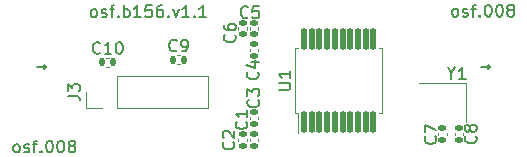
<source format=gbr>
%TF.GenerationSoftware,KiCad,Pcbnew,7.0.9*%
%TF.CreationDate,2024-06-23T02:13:20+02:00*%
%TF.ProjectId,board,626f6172-642e-46b6-9963-61645f706362,rev?*%
%TF.SameCoordinates,Original*%
%TF.FileFunction,Legend,Top*%
%TF.FilePolarity,Positive*%
%FSLAX46Y46*%
G04 Gerber Fmt 4.6, Leading zero omitted, Abs format (unit mm)*
G04 Created by KiCad (PCBNEW 7.0.9) date 2024-06-23 02:13:20*
%MOMM*%
%LPD*%
G01*
G04 APERTURE LIST*
G04 Aperture macros list*
%AMRoundRect*
0 Rectangle with rounded corners*
0 $1 Rounding radius*
0 $2 $3 $4 $5 $6 $7 $8 $9 X,Y pos of 4 corners*
0 Add a 4 corners polygon primitive as box body*
4,1,4,$2,$3,$4,$5,$6,$7,$8,$9,$2,$3,0*
0 Add four circle primitives for the rounded corners*
1,1,$1+$1,$2,$3*
1,1,$1+$1,$4,$5*
1,1,$1+$1,$6,$7*
1,1,$1+$1,$8,$9*
0 Add four rect primitives between the rounded corners*
20,1,$1+$1,$2,$3,$4,$5,0*
20,1,$1+$1,$4,$5,$6,$7,0*
20,1,$1+$1,$6,$7,$8,$9,0*
20,1,$1+$1,$8,$9,$2,$3,0*%
G04 Aperture macros list end*
%ADD10C,0.150000*%
%ADD11C,0.120000*%
%ADD12C,0.153000*%
%ADD13RoundRect,0.125000X0.125000X-0.825000X0.125000X0.825000X-0.125000X0.825000X-0.125000X-0.825000X0*%
%ADD14RoundRect,0.140000X-0.170000X0.140000X-0.170000X-0.140000X0.170000X-0.140000X0.170000X0.140000X0*%
%ADD15RoundRect,0.140000X0.170000X-0.140000X0.170000X0.140000X-0.170000X0.140000X-0.170000X-0.140000X0*%
%ADD16R,1.700000X1.700000*%
%ADD17O,1.700000X1.700000*%
%ADD18R,3.500000X1.000000*%
%ADD19RoundRect,0.140000X-0.140000X-0.170000X0.140000X-0.170000X0.140000X0.170000X-0.140000X0.170000X0*%
%ADD20R,1.400000X1.200000*%
G04 APERTURE END LIST*
D10*
X141479636Y-102719819D02*
X141384398Y-102672200D01*
X141384398Y-102672200D02*
X141336779Y-102624580D01*
X141336779Y-102624580D02*
X141289160Y-102529342D01*
X141289160Y-102529342D02*
X141289160Y-102243628D01*
X141289160Y-102243628D02*
X141336779Y-102148390D01*
X141336779Y-102148390D02*
X141384398Y-102100771D01*
X141384398Y-102100771D02*
X141479636Y-102053152D01*
X141479636Y-102053152D02*
X141622493Y-102053152D01*
X141622493Y-102053152D02*
X141717731Y-102100771D01*
X141717731Y-102100771D02*
X141765350Y-102148390D01*
X141765350Y-102148390D02*
X141812969Y-102243628D01*
X141812969Y-102243628D02*
X141812969Y-102529342D01*
X141812969Y-102529342D02*
X141765350Y-102624580D01*
X141765350Y-102624580D02*
X141717731Y-102672200D01*
X141717731Y-102672200D02*
X141622493Y-102719819D01*
X141622493Y-102719819D02*
X141479636Y-102719819D01*
X142193922Y-102672200D02*
X142289160Y-102719819D01*
X142289160Y-102719819D02*
X142479636Y-102719819D01*
X142479636Y-102719819D02*
X142574874Y-102672200D01*
X142574874Y-102672200D02*
X142622493Y-102576961D01*
X142622493Y-102576961D02*
X142622493Y-102529342D01*
X142622493Y-102529342D02*
X142574874Y-102434104D01*
X142574874Y-102434104D02*
X142479636Y-102386485D01*
X142479636Y-102386485D02*
X142336779Y-102386485D01*
X142336779Y-102386485D02*
X142241541Y-102338866D01*
X142241541Y-102338866D02*
X142193922Y-102243628D01*
X142193922Y-102243628D02*
X142193922Y-102196009D01*
X142193922Y-102196009D02*
X142241541Y-102100771D01*
X142241541Y-102100771D02*
X142336779Y-102053152D01*
X142336779Y-102053152D02*
X142479636Y-102053152D01*
X142479636Y-102053152D02*
X142574874Y-102100771D01*
X142908208Y-102053152D02*
X143289160Y-102053152D01*
X143051065Y-102719819D02*
X143051065Y-101862676D01*
X143051065Y-101862676D02*
X143098684Y-101767438D01*
X143098684Y-101767438D02*
X143193922Y-101719819D01*
X143193922Y-101719819D02*
X143289160Y-101719819D01*
X143622494Y-102624580D02*
X143670113Y-102672200D01*
X143670113Y-102672200D02*
X143622494Y-102719819D01*
X143622494Y-102719819D02*
X143574875Y-102672200D01*
X143574875Y-102672200D02*
X143622494Y-102624580D01*
X143622494Y-102624580D02*
X143622494Y-102719819D01*
X144289160Y-101719819D02*
X144384398Y-101719819D01*
X144384398Y-101719819D02*
X144479636Y-101767438D01*
X144479636Y-101767438D02*
X144527255Y-101815057D01*
X144527255Y-101815057D02*
X144574874Y-101910295D01*
X144574874Y-101910295D02*
X144622493Y-102100771D01*
X144622493Y-102100771D02*
X144622493Y-102338866D01*
X144622493Y-102338866D02*
X144574874Y-102529342D01*
X144574874Y-102529342D02*
X144527255Y-102624580D01*
X144527255Y-102624580D02*
X144479636Y-102672200D01*
X144479636Y-102672200D02*
X144384398Y-102719819D01*
X144384398Y-102719819D02*
X144289160Y-102719819D01*
X144289160Y-102719819D02*
X144193922Y-102672200D01*
X144193922Y-102672200D02*
X144146303Y-102624580D01*
X144146303Y-102624580D02*
X144098684Y-102529342D01*
X144098684Y-102529342D02*
X144051065Y-102338866D01*
X144051065Y-102338866D02*
X144051065Y-102100771D01*
X144051065Y-102100771D02*
X144098684Y-101910295D01*
X144098684Y-101910295D02*
X144146303Y-101815057D01*
X144146303Y-101815057D02*
X144193922Y-101767438D01*
X144193922Y-101767438D02*
X144289160Y-101719819D01*
X145241541Y-101719819D02*
X145336779Y-101719819D01*
X145336779Y-101719819D02*
X145432017Y-101767438D01*
X145432017Y-101767438D02*
X145479636Y-101815057D01*
X145479636Y-101815057D02*
X145527255Y-101910295D01*
X145527255Y-101910295D02*
X145574874Y-102100771D01*
X145574874Y-102100771D02*
X145574874Y-102338866D01*
X145574874Y-102338866D02*
X145527255Y-102529342D01*
X145527255Y-102529342D02*
X145479636Y-102624580D01*
X145479636Y-102624580D02*
X145432017Y-102672200D01*
X145432017Y-102672200D02*
X145336779Y-102719819D01*
X145336779Y-102719819D02*
X145241541Y-102719819D01*
X145241541Y-102719819D02*
X145146303Y-102672200D01*
X145146303Y-102672200D02*
X145098684Y-102624580D01*
X145098684Y-102624580D02*
X145051065Y-102529342D01*
X145051065Y-102529342D02*
X145003446Y-102338866D01*
X145003446Y-102338866D02*
X145003446Y-102100771D01*
X145003446Y-102100771D02*
X145051065Y-101910295D01*
X145051065Y-101910295D02*
X145098684Y-101815057D01*
X145098684Y-101815057D02*
X145146303Y-101767438D01*
X145146303Y-101767438D02*
X145241541Y-101719819D01*
X146146303Y-102148390D02*
X146051065Y-102100771D01*
X146051065Y-102100771D02*
X146003446Y-102053152D01*
X146003446Y-102053152D02*
X145955827Y-101957914D01*
X145955827Y-101957914D02*
X145955827Y-101910295D01*
X145955827Y-101910295D02*
X146003446Y-101815057D01*
X146003446Y-101815057D02*
X146051065Y-101767438D01*
X146051065Y-101767438D02*
X146146303Y-101719819D01*
X146146303Y-101719819D02*
X146336779Y-101719819D01*
X146336779Y-101719819D02*
X146432017Y-101767438D01*
X146432017Y-101767438D02*
X146479636Y-101815057D01*
X146479636Y-101815057D02*
X146527255Y-101910295D01*
X146527255Y-101910295D02*
X146527255Y-101957914D01*
X146527255Y-101957914D02*
X146479636Y-102053152D01*
X146479636Y-102053152D02*
X146432017Y-102100771D01*
X146432017Y-102100771D02*
X146336779Y-102148390D01*
X146336779Y-102148390D02*
X146146303Y-102148390D01*
X146146303Y-102148390D02*
X146051065Y-102196009D01*
X146051065Y-102196009D02*
X146003446Y-102243628D01*
X146003446Y-102243628D02*
X145955827Y-102338866D01*
X145955827Y-102338866D02*
X145955827Y-102529342D01*
X145955827Y-102529342D02*
X146003446Y-102624580D01*
X146003446Y-102624580D02*
X146051065Y-102672200D01*
X146051065Y-102672200D02*
X146146303Y-102719819D01*
X146146303Y-102719819D02*
X146336779Y-102719819D01*
X146336779Y-102719819D02*
X146432017Y-102672200D01*
X146432017Y-102672200D02*
X146479636Y-102624580D01*
X146479636Y-102624580D02*
X146527255Y-102529342D01*
X146527255Y-102529342D02*
X146527255Y-102338866D01*
X146527255Y-102338866D02*
X146479636Y-102243628D01*
X146479636Y-102243628D02*
X146432017Y-102196009D01*
X146432017Y-102196009D02*
X146336779Y-102148390D01*
X178629636Y-91219819D02*
X178534398Y-91172200D01*
X178534398Y-91172200D02*
X178486779Y-91124580D01*
X178486779Y-91124580D02*
X178439160Y-91029342D01*
X178439160Y-91029342D02*
X178439160Y-90743628D01*
X178439160Y-90743628D02*
X178486779Y-90648390D01*
X178486779Y-90648390D02*
X178534398Y-90600771D01*
X178534398Y-90600771D02*
X178629636Y-90553152D01*
X178629636Y-90553152D02*
X178772493Y-90553152D01*
X178772493Y-90553152D02*
X178867731Y-90600771D01*
X178867731Y-90600771D02*
X178915350Y-90648390D01*
X178915350Y-90648390D02*
X178962969Y-90743628D01*
X178962969Y-90743628D02*
X178962969Y-91029342D01*
X178962969Y-91029342D02*
X178915350Y-91124580D01*
X178915350Y-91124580D02*
X178867731Y-91172200D01*
X178867731Y-91172200D02*
X178772493Y-91219819D01*
X178772493Y-91219819D02*
X178629636Y-91219819D01*
X179343922Y-91172200D02*
X179439160Y-91219819D01*
X179439160Y-91219819D02*
X179629636Y-91219819D01*
X179629636Y-91219819D02*
X179724874Y-91172200D01*
X179724874Y-91172200D02*
X179772493Y-91076961D01*
X179772493Y-91076961D02*
X179772493Y-91029342D01*
X179772493Y-91029342D02*
X179724874Y-90934104D01*
X179724874Y-90934104D02*
X179629636Y-90886485D01*
X179629636Y-90886485D02*
X179486779Y-90886485D01*
X179486779Y-90886485D02*
X179391541Y-90838866D01*
X179391541Y-90838866D02*
X179343922Y-90743628D01*
X179343922Y-90743628D02*
X179343922Y-90696009D01*
X179343922Y-90696009D02*
X179391541Y-90600771D01*
X179391541Y-90600771D02*
X179486779Y-90553152D01*
X179486779Y-90553152D02*
X179629636Y-90553152D01*
X179629636Y-90553152D02*
X179724874Y-90600771D01*
X180058208Y-90553152D02*
X180439160Y-90553152D01*
X180201065Y-91219819D02*
X180201065Y-90362676D01*
X180201065Y-90362676D02*
X180248684Y-90267438D01*
X180248684Y-90267438D02*
X180343922Y-90219819D01*
X180343922Y-90219819D02*
X180439160Y-90219819D01*
X180772494Y-91124580D02*
X180820113Y-91172200D01*
X180820113Y-91172200D02*
X180772494Y-91219819D01*
X180772494Y-91219819D02*
X180724875Y-91172200D01*
X180724875Y-91172200D02*
X180772494Y-91124580D01*
X180772494Y-91124580D02*
X180772494Y-91219819D01*
X181439160Y-90219819D02*
X181534398Y-90219819D01*
X181534398Y-90219819D02*
X181629636Y-90267438D01*
X181629636Y-90267438D02*
X181677255Y-90315057D01*
X181677255Y-90315057D02*
X181724874Y-90410295D01*
X181724874Y-90410295D02*
X181772493Y-90600771D01*
X181772493Y-90600771D02*
X181772493Y-90838866D01*
X181772493Y-90838866D02*
X181724874Y-91029342D01*
X181724874Y-91029342D02*
X181677255Y-91124580D01*
X181677255Y-91124580D02*
X181629636Y-91172200D01*
X181629636Y-91172200D02*
X181534398Y-91219819D01*
X181534398Y-91219819D02*
X181439160Y-91219819D01*
X181439160Y-91219819D02*
X181343922Y-91172200D01*
X181343922Y-91172200D02*
X181296303Y-91124580D01*
X181296303Y-91124580D02*
X181248684Y-91029342D01*
X181248684Y-91029342D02*
X181201065Y-90838866D01*
X181201065Y-90838866D02*
X181201065Y-90600771D01*
X181201065Y-90600771D02*
X181248684Y-90410295D01*
X181248684Y-90410295D02*
X181296303Y-90315057D01*
X181296303Y-90315057D02*
X181343922Y-90267438D01*
X181343922Y-90267438D02*
X181439160Y-90219819D01*
X182391541Y-90219819D02*
X182486779Y-90219819D01*
X182486779Y-90219819D02*
X182582017Y-90267438D01*
X182582017Y-90267438D02*
X182629636Y-90315057D01*
X182629636Y-90315057D02*
X182677255Y-90410295D01*
X182677255Y-90410295D02*
X182724874Y-90600771D01*
X182724874Y-90600771D02*
X182724874Y-90838866D01*
X182724874Y-90838866D02*
X182677255Y-91029342D01*
X182677255Y-91029342D02*
X182629636Y-91124580D01*
X182629636Y-91124580D02*
X182582017Y-91172200D01*
X182582017Y-91172200D02*
X182486779Y-91219819D01*
X182486779Y-91219819D02*
X182391541Y-91219819D01*
X182391541Y-91219819D02*
X182296303Y-91172200D01*
X182296303Y-91172200D02*
X182248684Y-91124580D01*
X182248684Y-91124580D02*
X182201065Y-91029342D01*
X182201065Y-91029342D02*
X182153446Y-90838866D01*
X182153446Y-90838866D02*
X182153446Y-90600771D01*
X182153446Y-90600771D02*
X182201065Y-90410295D01*
X182201065Y-90410295D02*
X182248684Y-90315057D01*
X182248684Y-90315057D02*
X182296303Y-90267438D01*
X182296303Y-90267438D02*
X182391541Y-90219819D01*
X183296303Y-90648390D02*
X183201065Y-90600771D01*
X183201065Y-90600771D02*
X183153446Y-90553152D01*
X183153446Y-90553152D02*
X183105827Y-90457914D01*
X183105827Y-90457914D02*
X183105827Y-90410295D01*
X183105827Y-90410295D02*
X183153446Y-90315057D01*
X183153446Y-90315057D02*
X183201065Y-90267438D01*
X183201065Y-90267438D02*
X183296303Y-90219819D01*
X183296303Y-90219819D02*
X183486779Y-90219819D01*
X183486779Y-90219819D02*
X183582017Y-90267438D01*
X183582017Y-90267438D02*
X183629636Y-90315057D01*
X183629636Y-90315057D02*
X183677255Y-90410295D01*
X183677255Y-90410295D02*
X183677255Y-90457914D01*
X183677255Y-90457914D02*
X183629636Y-90553152D01*
X183629636Y-90553152D02*
X183582017Y-90600771D01*
X183582017Y-90600771D02*
X183486779Y-90648390D01*
X183486779Y-90648390D02*
X183296303Y-90648390D01*
X183296303Y-90648390D02*
X183201065Y-90696009D01*
X183201065Y-90696009D02*
X183153446Y-90743628D01*
X183153446Y-90743628D02*
X183105827Y-90838866D01*
X183105827Y-90838866D02*
X183105827Y-91029342D01*
X183105827Y-91029342D02*
X183153446Y-91124580D01*
X183153446Y-91124580D02*
X183201065Y-91172200D01*
X183201065Y-91172200D02*
X183296303Y-91219819D01*
X183296303Y-91219819D02*
X183486779Y-91219819D01*
X183486779Y-91219819D02*
X183582017Y-91172200D01*
X183582017Y-91172200D02*
X183629636Y-91124580D01*
X183629636Y-91124580D02*
X183677255Y-91029342D01*
X183677255Y-91029342D02*
X183677255Y-90838866D01*
X183677255Y-90838866D02*
X183629636Y-90743628D01*
X183629636Y-90743628D02*
X183582017Y-90696009D01*
X183582017Y-90696009D02*
X183486779Y-90648390D01*
X148029636Y-91269819D02*
X147934398Y-91222200D01*
X147934398Y-91222200D02*
X147886779Y-91174580D01*
X147886779Y-91174580D02*
X147839160Y-91079342D01*
X147839160Y-91079342D02*
X147839160Y-90793628D01*
X147839160Y-90793628D02*
X147886779Y-90698390D01*
X147886779Y-90698390D02*
X147934398Y-90650771D01*
X147934398Y-90650771D02*
X148029636Y-90603152D01*
X148029636Y-90603152D02*
X148172493Y-90603152D01*
X148172493Y-90603152D02*
X148267731Y-90650771D01*
X148267731Y-90650771D02*
X148315350Y-90698390D01*
X148315350Y-90698390D02*
X148362969Y-90793628D01*
X148362969Y-90793628D02*
X148362969Y-91079342D01*
X148362969Y-91079342D02*
X148315350Y-91174580D01*
X148315350Y-91174580D02*
X148267731Y-91222200D01*
X148267731Y-91222200D02*
X148172493Y-91269819D01*
X148172493Y-91269819D02*
X148029636Y-91269819D01*
X148743922Y-91222200D02*
X148839160Y-91269819D01*
X148839160Y-91269819D02*
X149029636Y-91269819D01*
X149029636Y-91269819D02*
X149124874Y-91222200D01*
X149124874Y-91222200D02*
X149172493Y-91126961D01*
X149172493Y-91126961D02*
X149172493Y-91079342D01*
X149172493Y-91079342D02*
X149124874Y-90984104D01*
X149124874Y-90984104D02*
X149029636Y-90936485D01*
X149029636Y-90936485D02*
X148886779Y-90936485D01*
X148886779Y-90936485D02*
X148791541Y-90888866D01*
X148791541Y-90888866D02*
X148743922Y-90793628D01*
X148743922Y-90793628D02*
X148743922Y-90746009D01*
X148743922Y-90746009D02*
X148791541Y-90650771D01*
X148791541Y-90650771D02*
X148886779Y-90603152D01*
X148886779Y-90603152D02*
X149029636Y-90603152D01*
X149029636Y-90603152D02*
X149124874Y-90650771D01*
X149458208Y-90603152D02*
X149839160Y-90603152D01*
X149601065Y-91269819D02*
X149601065Y-90412676D01*
X149601065Y-90412676D02*
X149648684Y-90317438D01*
X149648684Y-90317438D02*
X149743922Y-90269819D01*
X149743922Y-90269819D02*
X149839160Y-90269819D01*
X150172494Y-91174580D02*
X150220113Y-91222200D01*
X150220113Y-91222200D02*
X150172494Y-91269819D01*
X150172494Y-91269819D02*
X150124875Y-91222200D01*
X150124875Y-91222200D02*
X150172494Y-91174580D01*
X150172494Y-91174580D02*
X150172494Y-91269819D01*
X150648684Y-91269819D02*
X150648684Y-90269819D01*
X150648684Y-90650771D02*
X150743922Y-90603152D01*
X150743922Y-90603152D02*
X150934398Y-90603152D01*
X150934398Y-90603152D02*
X151029636Y-90650771D01*
X151029636Y-90650771D02*
X151077255Y-90698390D01*
X151077255Y-90698390D02*
X151124874Y-90793628D01*
X151124874Y-90793628D02*
X151124874Y-91079342D01*
X151124874Y-91079342D02*
X151077255Y-91174580D01*
X151077255Y-91174580D02*
X151029636Y-91222200D01*
X151029636Y-91222200D02*
X150934398Y-91269819D01*
X150934398Y-91269819D02*
X150743922Y-91269819D01*
X150743922Y-91269819D02*
X150648684Y-91222200D01*
X152077255Y-91269819D02*
X151505827Y-91269819D01*
X151791541Y-91269819D02*
X151791541Y-90269819D01*
X151791541Y-90269819D02*
X151696303Y-90412676D01*
X151696303Y-90412676D02*
X151601065Y-90507914D01*
X151601065Y-90507914D02*
X151505827Y-90555533D01*
X152982017Y-90269819D02*
X152505827Y-90269819D01*
X152505827Y-90269819D02*
X152458208Y-90746009D01*
X152458208Y-90746009D02*
X152505827Y-90698390D01*
X152505827Y-90698390D02*
X152601065Y-90650771D01*
X152601065Y-90650771D02*
X152839160Y-90650771D01*
X152839160Y-90650771D02*
X152934398Y-90698390D01*
X152934398Y-90698390D02*
X152982017Y-90746009D01*
X152982017Y-90746009D02*
X153029636Y-90841247D01*
X153029636Y-90841247D02*
X153029636Y-91079342D01*
X153029636Y-91079342D02*
X152982017Y-91174580D01*
X152982017Y-91174580D02*
X152934398Y-91222200D01*
X152934398Y-91222200D02*
X152839160Y-91269819D01*
X152839160Y-91269819D02*
X152601065Y-91269819D01*
X152601065Y-91269819D02*
X152505827Y-91222200D01*
X152505827Y-91222200D02*
X152458208Y-91174580D01*
X153886779Y-90269819D02*
X153696303Y-90269819D01*
X153696303Y-90269819D02*
X153601065Y-90317438D01*
X153601065Y-90317438D02*
X153553446Y-90365057D01*
X153553446Y-90365057D02*
X153458208Y-90507914D01*
X153458208Y-90507914D02*
X153410589Y-90698390D01*
X153410589Y-90698390D02*
X153410589Y-91079342D01*
X153410589Y-91079342D02*
X153458208Y-91174580D01*
X153458208Y-91174580D02*
X153505827Y-91222200D01*
X153505827Y-91222200D02*
X153601065Y-91269819D01*
X153601065Y-91269819D02*
X153791541Y-91269819D01*
X153791541Y-91269819D02*
X153886779Y-91222200D01*
X153886779Y-91222200D02*
X153934398Y-91174580D01*
X153934398Y-91174580D02*
X153982017Y-91079342D01*
X153982017Y-91079342D02*
X153982017Y-90841247D01*
X153982017Y-90841247D02*
X153934398Y-90746009D01*
X153934398Y-90746009D02*
X153886779Y-90698390D01*
X153886779Y-90698390D02*
X153791541Y-90650771D01*
X153791541Y-90650771D02*
X153601065Y-90650771D01*
X153601065Y-90650771D02*
X153505827Y-90698390D01*
X153505827Y-90698390D02*
X153458208Y-90746009D01*
X153458208Y-90746009D02*
X153410589Y-90841247D01*
X154410589Y-91174580D02*
X154458208Y-91222200D01*
X154458208Y-91222200D02*
X154410589Y-91269819D01*
X154410589Y-91269819D02*
X154362970Y-91222200D01*
X154362970Y-91222200D02*
X154410589Y-91174580D01*
X154410589Y-91174580D02*
X154410589Y-91269819D01*
X154791541Y-90603152D02*
X155029636Y-91269819D01*
X155029636Y-91269819D02*
X155267731Y-90603152D01*
X156172493Y-91269819D02*
X155601065Y-91269819D01*
X155886779Y-91269819D02*
X155886779Y-90269819D01*
X155886779Y-90269819D02*
X155791541Y-90412676D01*
X155791541Y-90412676D02*
X155696303Y-90507914D01*
X155696303Y-90507914D02*
X155601065Y-90555533D01*
X156601065Y-91174580D02*
X156648684Y-91222200D01*
X156648684Y-91222200D02*
X156601065Y-91269819D01*
X156601065Y-91269819D02*
X156553446Y-91222200D01*
X156553446Y-91222200D02*
X156601065Y-91174580D01*
X156601065Y-91174580D02*
X156601065Y-91269819D01*
X157601064Y-91269819D02*
X157029636Y-91269819D01*
X157315350Y-91269819D02*
X157315350Y-90269819D01*
X157315350Y-90269819D02*
X157220112Y-90412676D01*
X157220112Y-90412676D02*
X157124874Y-90507914D01*
X157124874Y-90507914D02*
X157029636Y-90555533D01*
X163729819Y-97411904D02*
X164539342Y-97411904D01*
X164539342Y-97411904D02*
X164634580Y-97364285D01*
X164634580Y-97364285D02*
X164682200Y-97316666D01*
X164682200Y-97316666D02*
X164729819Y-97221428D01*
X164729819Y-97221428D02*
X164729819Y-97030952D01*
X164729819Y-97030952D02*
X164682200Y-96935714D01*
X164682200Y-96935714D02*
X164634580Y-96888095D01*
X164634580Y-96888095D02*
X164539342Y-96840476D01*
X164539342Y-96840476D02*
X163729819Y-96840476D01*
X164729819Y-95840476D02*
X164729819Y-96411904D01*
X164729819Y-96126190D02*
X163729819Y-96126190D01*
X163729819Y-96126190D02*
X163872676Y-96221428D01*
X163872676Y-96221428D02*
X163967914Y-96316666D01*
X163967914Y-96316666D02*
X164015533Y-96411904D01*
X177009580Y-101366666D02*
X177057200Y-101414285D01*
X177057200Y-101414285D02*
X177104819Y-101557142D01*
X177104819Y-101557142D02*
X177104819Y-101652380D01*
X177104819Y-101652380D02*
X177057200Y-101795237D01*
X177057200Y-101795237D02*
X176961961Y-101890475D01*
X176961961Y-101890475D02*
X176866723Y-101938094D01*
X176866723Y-101938094D02*
X176676247Y-101985713D01*
X176676247Y-101985713D02*
X176533390Y-101985713D01*
X176533390Y-101985713D02*
X176342914Y-101938094D01*
X176342914Y-101938094D02*
X176247676Y-101890475D01*
X176247676Y-101890475D02*
X176152438Y-101795237D01*
X176152438Y-101795237D02*
X176104819Y-101652380D01*
X176104819Y-101652380D02*
X176104819Y-101557142D01*
X176104819Y-101557142D02*
X176152438Y-101414285D01*
X176152438Y-101414285D02*
X176200057Y-101366666D01*
X176104819Y-101033332D02*
X176104819Y-100366666D01*
X176104819Y-100366666D02*
X177104819Y-100795237D01*
X161133333Y-91259580D02*
X161085714Y-91307200D01*
X161085714Y-91307200D02*
X160942857Y-91354819D01*
X160942857Y-91354819D02*
X160847619Y-91354819D01*
X160847619Y-91354819D02*
X160704762Y-91307200D01*
X160704762Y-91307200D02*
X160609524Y-91211961D01*
X160609524Y-91211961D02*
X160561905Y-91116723D01*
X160561905Y-91116723D02*
X160514286Y-90926247D01*
X160514286Y-90926247D02*
X160514286Y-90783390D01*
X160514286Y-90783390D02*
X160561905Y-90592914D01*
X160561905Y-90592914D02*
X160609524Y-90497676D01*
X160609524Y-90497676D02*
X160704762Y-90402438D01*
X160704762Y-90402438D02*
X160847619Y-90354819D01*
X160847619Y-90354819D02*
X160942857Y-90354819D01*
X160942857Y-90354819D02*
X161085714Y-90402438D01*
X161085714Y-90402438D02*
X161133333Y-90450057D01*
X162038095Y-90354819D02*
X161561905Y-90354819D01*
X161561905Y-90354819D02*
X161514286Y-90831009D01*
X161514286Y-90831009D02*
X161561905Y-90783390D01*
X161561905Y-90783390D02*
X161657143Y-90735771D01*
X161657143Y-90735771D02*
X161895238Y-90735771D01*
X161895238Y-90735771D02*
X161990476Y-90783390D01*
X161990476Y-90783390D02*
X162038095Y-90831009D01*
X162038095Y-90831009D02*
X162085714Y-90926247D01*
X162085714Y-90926247D02*
X162085714Y-91164342D01*
X162085714Y-91164342D02*
X162038095Y-91259580D01*
X162038095Y-91259580D02*
X161990476Y-91307200D01*
X161990476Y-91307200D02*
X161895238Y-91354819D01*
X161895238Y-91354819D02*
X161657143Y-91354819D01*
X161657143Y-91354819D02*
X161561905Y-91307200D01*
X161561905Y-91307200D02*
X161514286Y-91259580D01*
X161959580Y-95916666D02*
X162007200Y-95964285D01*
X162007200Y-95964285D02*
X162054819Y-96107142D01*
X162054819Y-96107142D02*
X162054819Y-96202380D01*
X162054819Y-96202380D02*
X162007200Y-96345237D01*
X162007200Y-96345237D02*
X161911961Y-96440475D01*
X161911961Y-96440475D02*
X161816723Y-96488094D01*
X161816723Y-96488094D02*
X161626247Y-96535713D01*
X161626247Y-96535713D02*
X161483390Y-96535713D01*
X161483390Y-96535713D02*
X161292914Y-96488094D01*
X161292914Y-96488094D02*
X161197676Y-96440475D01*
X161197676Y-96440475D02*
X161102438Y-96345237D01*
X161102438Y-96345237D02*
X161054819Y-96202380D01*
X161054819Y-96202380D02*
X161054819Y-96107142D01*
X161054819Y-96107142D02*
X161102438Y-95964285D01*
X161102438Y-95964285D02*
X161150057Y-95916666D01*
X161388152Y-95059523D02*
X162054819Y-95059523D01*
X161007200Y-95297618D02*
X161721485Y-95535713D01*
X161721485Y-95535713D02*
X161721485Y-94916666D01*
X145894819Y-97933333D02*
X146609104Y-97933333D01*
X146609104Y-97933333D02*
X146751961Y-97980952D01*
X146751961Y-97980952D02*
X146847200Y-98076190D01*
X146847200Y-98076190D02*
X146894819Y-98219047D01*
X146894819Y-98219047D02*
X146894819Y-98314285D01*
X145894819Y-97552380D02*
X145894819Y-96933333D01*
X145894819Y-96933333D02*
X146275771Y-97266666D01*
X146275771Y-97266666D02*
X146275771Y-97123809D01*
X146275771Y-97123809D02*
X146323390Y-97028571D01*
X146323390Y-97028571D02*
X146371009Y-96980952D01*
X146371009Y-96980952D02*
X146466247Y-96933333D01*
X146466247Y-96933333D02*
X146704342Y-96933333D01*
X146704342Y-96933333D02*
X146799580Y-96980952D01*
X146799580Y-96980952D02*
X146847200Y-97028571D01*
X146847200Y-97028571D02*
X146894819Y-97123809D01*
X146894819Y-97123809D02*
X146894819Y-97409523D01*
X146894819Y-97409523D02*
X146847200Y-97504761D01*
X146847200Y-97504761D02*
X146799580Y-97552380D01*
X160009580Y-92766666D02*
X160057200Y-92814285D01*
X160057200Y-92814285D02*
X160104819Y-92957142D01*
X160104819Y-92957142D02*
X160104819Y-93052380D01*
X160104819Y-93052380D02*
X160057200Y-93195237D01*
X160057200Y-93195237D02*
X159961961Y-93290475D01*
X159961961Y-93290475D02*
X159866723Y-93338094D01*
X159866723Y-93338094D02*
X159676247Y-93385713D01*
X159676247Y-93385713D02*
X159533390Y-93385713D01*
X159533390Y-93385713D02*
X159342914Y-93338094D01*
X159342914Y-93338094D02*
X159247676Y-93290475D01*
X159247676Y-93290475D02*
X159152438Y-93195237D01*
X159152438Y-93195237D02*
X159104819Y-93052380D01*
X159104819Y-93052380D02*
X159104819Y-92957142D01*
X159104819Y-92957142D02*
X159152438Y-92814285D01*
X159152438Y-92814285D02*
X159200057Y-92766666D01*
X159104819Y-91909523D02*
X159104819Y-92099999D01*
X159104819Y-92099999D02*
X159152438Y-92195237D01*
X159152438Y-92195237D02*
X159200057Y-92242856D01*
X159200057Y-92242856D02*
X159342914Y-92338094D01*
X159342914Y-92338094D02*
X159533390Y-92385713D01*
X159533390Y-92385713D02*
X159914342Y-92385713D01*
X159914342Y-92385713D02*
X160009580Y-92338094D01*
X160009580Y-92338094D02*
X160057200Y-92290475D01*
X160057200Y-92290475D02*
X160104819Y-92195237D01*
X160104819Y-92195237D02*
X160104819Y-92004761D01*
X160104819Y-92004761D02*
X160057200Y-91909523D01*
X160057200Y-91909523D02*
X160009580Y-91861904D01*
X160009580Y-91861904D02*
X159914342Y-91814285D01*
X159914342Y-91814285D02*
X159676247Y-91814285D01*
X159676247Y-91814285D02*
X159581009Y-91861904D01*
X159581009Y-91861904D02*
X159533390Y-91909523D01*
X159533390Y-91909523D02*
X159485771Y-92004761D01*
X159485771Y-92004761D02*
X159485771Y-92195237D01*
X159485771Y-92195237D02*
X159533390Y-92290475D01*
X159533390Y-92290475D02*
X159581009Y-92338094D01*
X159581009Y-92338094D02*
X159676247Y-92385713D01*
X159899580Y-101846666D02*
X159947200Y-101894285D01*
X159947200Y-101894285D02*
X159994819Y-102037142D01*
X159994819Y-102037142D02*
X159994819Y-102132380D01*
X159994819Y-102132380D02*
X159947200Y-102275237D01*
X159947200Y-102275237D02*
X159851961Y-102370475D01*
X159851961Y-102370475D02*
X159756723Y-102418094D01*
X159756723Y-102418094D02*
X159566247Y-102465713D01*
X159566247Y-102465713D02*
X159423390Y-102465713D01*
X159423390Y-102465713D02*
X159232914Y-102418094D01*
X159232914Y-102418094D02*
X159137676Y-102370475D01*
X159137676Y-102370475D02*
X159042438Y-102275237D01*
X159042438Y-102275237D02*
X158994819Y-102132380D01*
X158994819Y-102132380D02*
X158994819Y-102037142D01*
X158994819Y-102037142D02*
X159042438Y-101894285D01*
X159042438Y-101894285D02*
X159090057Y-101846666D01*
X159090057Y-101465713D02*
X159042438Y-101418094D01*
X159042438Y-101418094D02*
X158994819Y-101322856D01*
X158994819Y-101322856D02*
X158994819Y-101084761D01*
X158994819Y-101084761D02*
X159042438Y-100989523D01*
X159042438Y-100989523D02*
X159090057Y-100941904D01*
X159090057Y-100941904D02*
X159185295Y-100894285D01*
X159185295Y-100894285D02*
X159280533Y-100894285D01*
X159280533Y-100894285D02*
X159423390Y-100941904D01*
X159423390Y-100941904D02*
X159994819Y-101513332D01*
X159994819Y-101513332D02*
X159994819Y-100894285D01*
X162009580Y-98266666D02*
X162057200Y-98314285D01*
X162057200Y-98314285D02*
X162104819Y-98457142D01*
X162104819Y-98457142D02*
X162104819Y-98552380D01*
X162104819Y-98552380D02*
X162057200Y-98695237D01*
X162057200Y-98695237D02*
X161961961Y-98790475D01*
X161961961Y-98790475D02*
X161866723Y-98838094D01*
X161866723Y-98838094D02*
X161676247Y-98885713D01*
X161676247Y-98885713D02*
X161533390Y-98885713D01*
X161533390Y-98885713D02*
X161342914Y-98838094D01*
X161342914Y-98838094D02*
X161247676Y-98790475D01*
X161247676Y-98790475D02*
X161152438Y-98695237D01*
X161152438Y-98695237D02*
X161104819Y-98552380D01*
X161104819Y-98552380D02*
X161104819Y-98457142D01*
X161104819Y-98457142D02*
X161152438Y-98314285D01*
X161152438Y-98314285D02*
X161200057Y-98266666D01*
X161104819Y-97933332D02*
X161104819Y-97314285D01*
X161104819Y-97314285D02*
X161485771Y-97647618D01*
X161485771Y-97647618D02*
X161485771Y-97504761D01*
X161485771Y-97504761D02*
X161533390Y-97409523D01*
X161533390Y-97409523D02*
X161581009Y-97361904D01*
X161581009Y-97361904D02*
X161676247Y-97314285D01*
X161676247Y-97314285D02*
X161914342Y-97314285D01*
X161914342Y-97314285D02*
X162009580Y-97361904D01*
X162009580Y-97361904D02*
X162057200Y-97409523D01*
X162057200Y-97409523D02*
X162104819Y-97504761D01*
X162104819Y-97504761D02*
X162104819Y-97790475D01*
X162104819Y-97790475D02*
X162057200Y-97885713D01*
X162057200Y-97885713D02*
X162009580Y-97933332D01*
X148617142Y-94289580D02*
X148569523Y-94337200D01*
X148569523Y-94337200D02*
X148426666Y-94384819D01*
X148426666Y-94384819D02*
X148331428Y-94384819D01*
X148331428Y-94384819D02*
X148188571Y-94337200D01*
X148188571Y-94337200D02*
X148093333Y-94241961D01*
X148093333Y-94241961D02*
X148045714Y-94146723D01*
X148045714Y-94146723D02*
X147998095Y-93956247D01*
X147998095Y-93956247D02*
X147998095Y-93813390D01*
X147998095Y-93813390D02*
X148045714Y-93622914D01*
X148045714Y-93622914D02*
X148093333Y-93527676D01*
X148093333Y-93527676D02*
X148188571Y-93432438D01*
X148188571Y-93432438D02*
X148331428Y-93384819D01*
X148331428Y-93384819D02*
X148426666Y-93384819D01*
X148426666Y-93384819D02*
X148569523Y-93432438D01*
X148569523Y-93432438D02*
X148617142Y-93480057D01*
X149569523Y-94384819D02*
X148998095Y-94384819D01*
X149283809Y-94384819D02*
X149283809Y-93384819D01*
X149283809Y-93384819D02*
X149188571Y-93527676D01*
X149188571Y-93527676D02*
X149093333Y-93622914D01*
X149093333Y-93622914D02*
X148998095Y-93670533D01*
X150188571Y-93384819D02*
X150283809Y-93384819D01*
X150283809Y-93384819D02*
X150379047Y-93432438D01*
X150379047Y-93432438D02*
X150426666Y-93480057D01*
X150426666Y-93480057D02*
X150474285Y-93575295D01*
X150474285Y-93575295D02*
X150521904Y-93765771D01*
X150521904Y-93765771D02*
X150521904Y-94003866D01*
X150521904Y-94003866D02*
X150474285Y-94194342D01*
X150474285Y-94194342D02*
X150426666Y-94289580D01*
X150426666Y-94289580D02*
X150379047Y-94337200D01*
X150379047Y-94337200D02*
X150283809Y-94384819D01*
X150283809Y-94384819D02*
X150188571Y-94384819D01*
X150188571Y-94384819D02*
X150093333Y-94337200D01*
X150093333Y-94337200D02*
X150045714Y-94289580D01*
X150045714Y-94289580D02*
X149998095Y-94194342D01*
X149998095Y-94194342D02*
X149950476Y-94003866D01*
X149950476Y-94003866D02*
X149950476Y-93765771D01*
X149950476Y-93765771D02*
X149998095Y-93575295D01*
X149998095Y-93575295D02*
X150045714Y-93480057D01*
X150045714Y-93480057D02*
X150093333Y-93432438D01*
X150093333Y-93432438D02*
X150188571Y-93384819D01*
X180409580Y-101336666D02*
X180457200Y-101384285D01*
X180457200Y-101384285D02*
X180504819Y-101527142D01*
X180504819Y-101527142D02*
X180504819Y-101622380D01*
X180504819Y-101622380D02*
X180457200Y-101765237D01*
X180457200Y-101765237D02*
X180361961Y-101860475D01*
X180361961Y-101860475D02*
X180266723Y-101908094D01*
X180266723Y-101908094D02*
X180076247Y-101955713D01*
X180076247Y-101955713D02*
X179933390Y-101955713D01*
X179933390Y-101955713D02*
X179742914Y-101908094D01*
X179742914Y-101908094D02*
X179647676Y-101860475D01*
X179647676Y-101860475D02*
X179552438Y-101765237D01*
X179552438Y-101765237D02*
X179504819Y-101622380D01*
X179504819Y-101622380D02*
X179504819Y-101527142D01*
X179504819Y-101527142D02*
X179552438Y-101384285D01*
X179552438Y-101384285D02*
X179600057Y-101336666D01*
X179933390Y-100765237D02*
X179885771Y-100860475D01*
X179885771Y-100860475D02*
X179838152Y-100908094D01*
X179838152Y-100908094D02*
X179742914Y-100955713D01*
X179742914Y-100955713D02*
X179695295Y-100955713D01*
X179695295Y-100955713D02*
X179600057Y-100908094D01*
X179600057Y-100908094D02*
X179552438Y-100860475D01*
X179552438Y-100860475D02*
X179504819Y-100765237D01*
X179504819Y-100765237D02*
X179504819Y-100574761D01*
X179504819Y-100574761D02*
X179552438Y-100479523D01*
X179552438Y-100479523D02*
X179600057Y-100431904D01*
X179600057Y-100431904D02*
X179695295Y-100384285D01*
X179695295Y-100384285D02*
X179742914Y-100384285D01*
X179742914Y-100384285D02*
X179838152Y-100431904D01*
X179838152Y-100431904D02*
X179885771Y-100479523D01*
X179885771Y-100479523D02*
X179933390Y-100574761D01*
X179933390Y-100574761D02*
X179933390Y-100765237D01*
X179933390Y-100765237D02*
X179981009Y-100860475D01*
X179981009Y-100860475D02*
X180028628Y-100908094D01*
X180028628Y-100908094D02*
X180123866Y-100955713D01*
X180123866Y-100955713D02*
X180314342Y-100955713D01*
X180314342Y-100955713D02*
X180409580Y-100908094D01*
X180409580Y-100908094D02*
X180457200Y-100860475D01*
X180457200Y-100860475D02*
X180504819Y-100765237D01*
X180504819Y-100765237D02*
X180504819Y-100574761D01*
X180504819Y-100574761D02*
X180457200Y-100479523D01*
X180457200Y-100479523D02*
X180409580Y-100431904D01*
X180409580Y-100431904D02*
X180314342Y-100384285D01*
X180314342Y-100384285D02*
X180123866Y-100384285D01*
X180123866Y-100384285D02*
X180028628Y-100431904D01*
X180028628Y-100431904D02*
X179981009Y-100479523D01*
X179981009Y-100479523D02*
X179933390Y-100574761D01*
X155103333Y-94069580D02*
X155055714Y-94117200D01*
X155055714Y-94117200D02*
X154912857Y-94164819D01*
X154912857Y-94164819D02*
X154817619Y-94164819D01*
X154817619Y-94164819D02*
X154674762Y-94117200D01*
X154674762Y-94117200D02*
X154579524Y-94021961D01*
X154579524Y-94021961D02*
X154531905Y-93926723D01*
X154531905Y-93926723D02*
X154484286Y-93736247D01*
X154484286Y-93736247D02*
X154484286Y-93593390D01*
X154484286Y-93593390D02*
X154531905Y-93402914D01*
X154531905Y-93402914D02*
X154579524Y-93307676D01*
X154579524Y-93307676D02*
X154674762Y-93212438D01*
X154674762Y-93212438D02*
X154817619Y-93164819D01*
X154817619Y-93164819D02*
X154912857Y-93164819D01*
X154912857Y-93164819D02*
X155055714Y-93212438D01*
X155055714Y-93212438D02*
X155103333Y-93260057D01*
X155579524Y-94164819D02*
X155770000Y-94164819D01*
X155770000Y-94164819D02*
X155865238Y-94117200D01*
X155865238Y-94117200D02*
X155912857Y-94069580D01*
X155912857Y-94069580D02*
X156008095Y-93926723D01*
X156008095Y-93926723D02*
X156055714Y-93736247D01*
X156055714Y-93736247D02*
X156055714Y-93355295D01*
X156055714Y-93355295D02*
X156008095Y-93260057D01*
X156008095Y-93260057D02*
X155960476Y-93212438D01*
X155960476Y-93212438D02*
X155865238Y-93164819D01*
X155865238Y-93164819D02*
X155674762Y-93164819D01*
X155674762Y-93164819D02*
X155579524Y-93212438D01*
X155579524Y-93212438D02*
X155531905Y-93260057D01*
X155531905Y-93260057D02*
X155484286Y-93355295D01*
X155484286Y-93355295D02*
X155484286Y-93593390D01*
X155484286Y-93593390D02*
X155531905Y-93688628D01*
X155531905Y-93688628D02*
X155579524Y-93736247D01*
X155579524Y-93736247D02*
X155674762Y-93783866D01*
X155674762Y-93783866D02*
X155865238Y-93783866D01*
X155865238Y-93783866D02*
X155960476Y-93736247D01*
X155960476Y-93736247D02*
X156008095Y-93688628D01*
X156008095Y-93688628D02*
X156055714Y-93593390D01*
X178373809Y-96028628D02*
X178373809Y-96504819D01*
X178040476Y-95504819D02*
X178373809Y-96028628D01*
X178373809Y-96028628D02*
X178707142Y-95504819D01*
X179564285Y-96504819D02*
X178992857Y-96504819D01*
X179278571Y-96504819D02*
X179278571Y-95504819D01*
X179278571Y-95504819D02*
X179183333Y-95647676D01*
X179183333Y-95647676D02*
X179088095Y-95742914D01*
X179088095Y-95742914D02*
X178992857Y-95790533D01*
X161009580Y-100116666D02*
X161057200Y-100164285D01*
X161057200Y-100164285D02*
X161104819Y-100307142D01*
X161104819Y-100307142D02*
X161104819Y-100402380D01*
X161104819Y-100402380D02*
X161057200Y-100545237D01*
X161057200Y-100545237D02*
X160961961Y-100640475D01*
X160961961Y-100640475D02*
X160866723Y-100688094D01*
X160866723Y-100688094D02*
X160676247Y-100735713D01*
X160676247Y-100735713D02*
X160533390Y-100735713D01*
X160533390Y-100735713D02*
X160342914Y-100688094D01*
X160342914Y-100688094D02*
X160247676Y-100640475D01*
X160247676Y-100640475D02*
X160152438Y-100545237D01*
X160152438Y-100545237D02*
X160104819Y-100402380D01*
X160104819Y-100402380D02*
X160104819Y-100307142D01*
X160104819Y-100307142D02*
X160152438Y-100164285D01*
X160152438Y-100164285D02*
X160200057Y-100116666D01*
X161104819Y-99164285D02*
X161104819Y-99735713D01*
X161104819Y-99449999D02*
X160104819Y-99449999D01*
X160104819Y-99449999D02*
X160247676Y-99545237D01*
X160247676Y-99545237D02*
X160342914Y-99640475D01*
X160342914Y-99640475D02*
X160390533Y-99735713D01*
D11*
%TO.C,U1*%
X165390000Y-99410000D02*
X165390000Y-101100000D01*
X172535000Y-93890000D02*
X172260000Y-93890000D01*
X165115000Y-96650000D02*
X165115000Y-93890000D01*
X165115000Y-99410000D02*
X165390000Y-99410000D01*
X165115000Y-93890000D02*
X165390000Y-93890000D01*
X172535000Y-96650000D02*
X172535000Y-93890000D01*
X172535000Y-96650000D02*
X172535000Y-99410000D01*
X165115000Y-96650000D02*
X165115000Y-99410000D01*
X172535000Y-99410000D02*
X172260000Y-99410000D01*
%TO.C,C7*%
X177960000Y-101062164D02*
X177960000Y-101277836D01*
X177240000Y-101062164D02*
X177240000Y-101277836D01*
%TO.C,C5*%
X161290000Y-92327836D02*
X161290000Y-92112164D01*
X162010000Y-92327836D02*
X162010000Y-92112164D01*
%TO.C,C4*%
X161290000Y-94157836D02*
X161290000Y-93942164D01*
X162010000Y-94157836D02*
X162010000Y-93942164D01*
%TO.C,J3*%
X147440000Y-98930000D02*
X147440000Y-97600000D01*
X148770000Y-98930000D02*
X147440000Y-98930000D01*
X150040000Y-98930000D02*
X157720000Y-98930000D01*
X150040000Y-98930000D02*
X150040000Y-96270000D01*
X157720000Y-98930000D02*
X157720000Y-96270000D01*
X150040000Y-96270000D02*
X157720000Y-96270000D01*
%TO.C,C6*%
X160340000Y-92327836D02*
X160340000Y-92112164D01*
X161060000Y-92327836D02*
X161060000Y-92112164D01*
%TO.C,C2*%
X160340000Y-101787836D02*
X160340000Y-101572164D01*
X161060000Y-101787836D02*
X161060000Y-101572164D01*
D12*
%TO.C,J1*%
X181627000Y-95500000D02*
X181427000Y-95300000D01*
X180900000Y-95500000D02*
X181627000Y-95500000D01*
X181427000Y-95700000D02*
X181627000Y-95500000D01*
%TO.C,J2*%
X143850000Y-95300000D02*
X144050000Y-95500000D01*
X144050000Y-95500000D02*
X143323000Y-95500000D01*
X144050000Y-95500000D02*
X143850000Y-95700000D01*
D11*
%TO.C,C3*%
X162010000Y-99712164D02*
X162010000Y-99927836D01*
X161290000Y-99712164D02*
X161290000Y-99927836D01*
%TO.C,C10*%
X149152164Y-94730000D02*
X149367836Y-94730000D01*
X149152164Y-95450000D02*
X149367836Y-95450000D01*
%TO.C,C8*%
X179360000Y-101062164D02*
X179360000Y-101277836D01*
X178640000Y-101062164D02*
X178640000Y-101277836D01*
%TO.C,C9*%
X155162164Y-94510000D02*
X155377836Y-94510000D01*
X155162164Y-95230000D02*
X155377836Y-95230000D01*
%TO.C,Y1*%
X179600000Y-100150000D02*
X179600000Y-96850000D01*
X179600000Y-96850000D02*
X175600000Y-96850000D01*
%TO.C,C1*%
X161290000Y-101787836D02*
X161290000Y-101572164D01*
X162010000Y-101787836D02*
X162010000Y-101572164D01*
%TD*%
%LPC*%
D13*
%TO.C,U1*%
X165900000Y-100150000D03*
X166550000Y-100150000D03*
X167200000Y-100150000D03*
X167850000Y-100150000D03*
X168500000Y-100150000D03*
X169150000Y-100150000D03*
X169800000Y-100150000D03*
X170450000Y-100150000D03*
X171100000Y-100150000D03*
X171750000Y-100150000D03*
X171750000Y-93150000D03*
X171100000Y-93150000D03*
X170450000Y-93150000D03*
X169800000Y-93150000D03*
X169150000Y-93150000D03*
X168500000Y-93150000D03*
X167850000Y-93150000D03*
X167200000Y-93150000D03*
X166550000Y-93150000D03*
X165900000Y-93150000D03*
%TD*%
D14*
%TO.C,C7*%
X177600000Y-100690000D03*
X177600000Y-101650000D03*
%TD*%
D15*
%TO.C,C5*%
X161650000Y-92700000D03*
X161650000Y-91740000D03*
%TD*%
%TO.C,C4*%
X161650000Y-94530000D03*
X161650000Y-93570000D03*
%TD*%
D16*
%TO.C,J3*%
X148770000Y-97600000D03*
D17*
X151310000Y-97600000D03*
X153850000Y-97600000D03*
X156390000Y-97600000D03*
%TD*%
D15*
%TO.C,C6*%
X160700000Y-92700000D03*
X160700000Y-91740000D03*
%TD*%
%TO.C,C2*%
X160700000Y-102160000D03*
X160700000Y-101200000D03*
%TD*%
D18*
%TO.C,J1*%
X182650000Y-92500000D03*
X182650000Y-94500000D03*
X182650000Y-96500000D03*
X182650000Y-98500000D03*
X182650000Y-100500000D03*
%TD*%
%TO.C,J2*%
X142350000Y-92500000D03*
X142350000Y-94500000D03*
X142350000Y-96500000D03*
X142350000Y-98500000D03*
X142350000Y-100500000D03*
%TD*%
D14*
%TO.C,C3*%
X161650000Y-99340000D03*
X161650000Y-100300000D03*
%TD*%
D19*
%TO.C,C10*%
X148780000Y-95090000D03*
X149740000Y-95090000D03*
%TD*%
D14*
%TO.C,C8*%
X179000000Y-100690000D03*
X179000000Y-101650000D03*
%TD*%
D19*
%TO.C,C9*%
X154790000Y-94870000D03*
X155750000Y-94870000D03*
%TD*%
D20*
%TO.C,Y1*%
X178700000Y-97650000D03*
X176500000Y-97650000D03*
X176500000Y-99350000D03*
X178700000Y-99350000D03*
%TD*%
D15*
%TO.C,C1*%
X161650000Y-102160000D03*
X161650000Y-101200000D03*
%TD*%
%LPD*%
M02*

</source>
